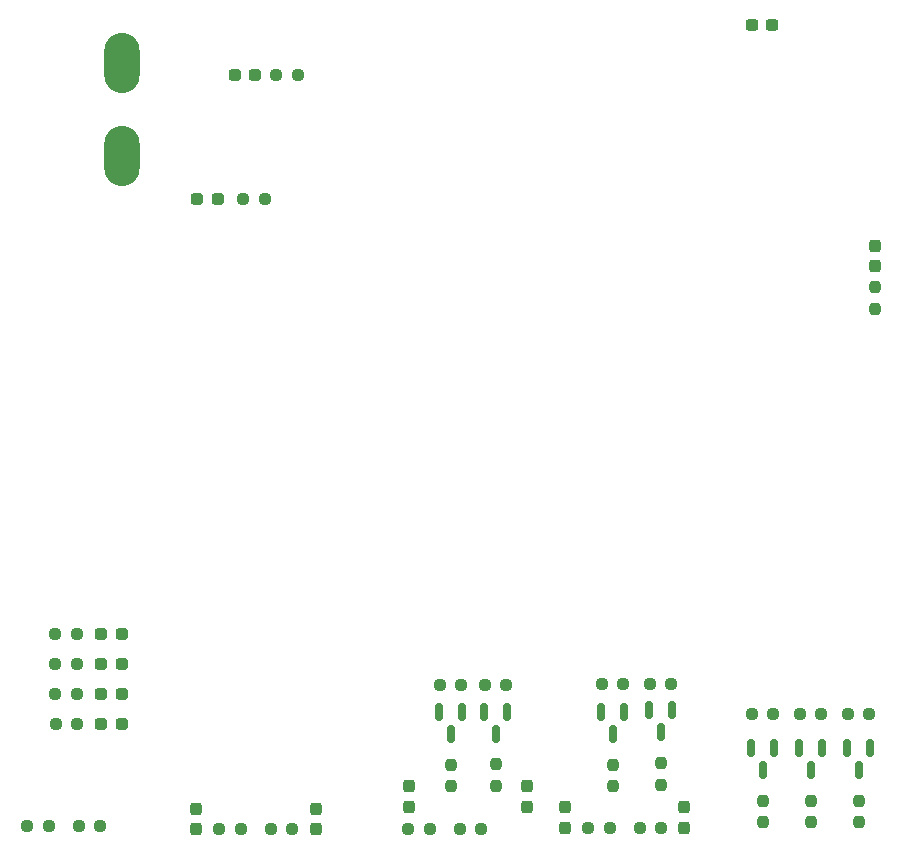
<source format=gtp>
%TF.GenerationSoftware,KiCad,Pcbnew,(6.0.10)*%
%TF.CreationDate,2022-12-29T21:44:20-06:00*%
%TF.ProjectId,ScienceSensor,53636965-6e63-4655-9365-6e736f722e6b,rev?*%
%TF.SameCoordinates,Original*%
%TF.FileFunction,Paste,Top*%
%TF.FilePolarity,Positive*%
%FSLAX46Y46*%
G04 Gerber Fmt 4.6, Leading zero omitted, Abs format (unit mm)*
G04 Created by KiCad (PCBNEW (6.0.10)) date 2022-12-29 21:44:20*
%MOMM*%
%LPD*%
G01*
G04 APERTURE LIST*
G04 Aperture macros list*
%AMRoundRect*
0 Rectangle with rounded corners*
0 $1 Rounding radius*
0 $2 $3 $4 $5 $6 $7 $8 $9 X,Y pos of 4 corners*
0 Add a 4 corners polygon primitive as box body*
4,1,4,$2,$3,$4,$5,$6,$7,$8,$9,$2,$3,0*
0 Add four circle primitives for the rounded corners*
1,1,$1+$1,$2,$3*
1,1,$1+$1,$4,$5*
1,1,$1+$1,$6,$7*
1,1,$1+$1,$8,$9*
0 Add four rect primitives between the rounded corners*
20,1,$1+$1,$2,$3,$4,$5,0*
20,1,$1+$1,$4,$5,$6,$7,0*
20,1,$1+$1,$6,$7,$8,$9,0*
20,1,$1+$1,$8,$9,$2,$3,0*%
G04 Aperture macros list end*
%ADD10RoundRect,0.237500X-0.237500X0.287500X-0.237500X-0.287500X0.237500X-0.287500X0.237500X0.287500X0*%
%ADD11RoundRect,0.237500X0.250000X0.237500X-0.250000X0.237500X-0.250000X-0.237500X0.250000X-0.237500X0*%
%ADD12RoundRect,0.237500X0.237500X-0.250000X0.237500X0.250000X-0.237500X0.250000X-0.237500X-0.250000X0*%
%ADD13RoundRect,0.150000X-0.150000X0.587500X-0.150000X-0.587500X0.150000X-0.587500X0.150000X0.587500X0*%
%ADD14RoundRect,0.237500X-0.250000X-0.237500X0.250000X-0.237500X0.250000X0.237500X-0.250000X0.237500X0*%
%ADD15RoundRect,0.237500X0.287500X0.237500X-0.287500X0.237500X-0.287500X-0.237500X0.287500X-0.237500X0*%
%ADD16O,3.000000X5.100000*%
%ADD17RoundRect,0.237500X-0.287500X-0.237500X0.287500X-0.237500X0.287500X0.237500X-0.287500X0.237500X0*%
%ADD18RoundRect,0.237500X-0.300000X-0.237500X0.300000X-0.237500X0.300000X0.237500X-0.300000X0.237500X0*%
G04 APERTURE END LIST*
D10*
X138938000Y-122950000D03*
X138938000Y-124700000D03*
D11*
X112823000Y-126365000D03*
X110998000Y-126365000D03*
D12*
X168910000Y-126007500D03*
X168910000Y-124182500D03*
D11*
X173886500Y-116840000D03*
X172061500Y-116840000D03*
D13*
X147254000Y-116641000D03*
X145354000Y-116641000D03*
X146304000Y-118516000D03*
D12*
X146304000Y-122936000D03*
X146304000Y-121111000D03*
D14*
X154154500Y-126492000D03*
X155979500Y-126492000D03*
D12*
X142494000Y-122959500D03*
X142494000Y-121134500D03*
D13*
X173924000Y-119712500D03*
X172024000Y-119712500D03*
X172974000Y-121587500D03*
D14*
X122889000Y-126619000D03*
X124714000Y-126619000D03*
D11*
X110871000Y-112649000D03*
X109046000Y-112649000D03*
D10*
X178435000Y-77206500D03*
X178435000Y-78956500D03*
D15*
X114643500Y-110109000D03*
X112893500Y-110109000D03*
D14*
X138914500Y-126619000D03*
X140739500Y-126619000D03*
D11*
X145081000Y-126619000D03*
X143256000Y-126619000D03*
D14*
X127738500Y-62738000D03*
X129563500Y-62738000D03*
D12*
X160274000Y-122832500D03*
X160274000Y-121007500D03*
D11*
X147216500Y-114427000D03*
X145391500Y-114427000D03*
D14*
X106656500Y-126365000D03*
X108481500Y-126365000D03*
D10*
X152146000Y-124742000D03*
X152146000Y-126492000D03*
X162282500Y-124742000D03*
X162282500Y-126492000D03*
D12*
X177038000Y-126007500D03*
X177038000Y-124182500D03*
D11*
X160321000Y-126492000D03*
X158496000Y-126492000D03*
X110871000Y-110109000D03*
X109046000Y-110109000D03*
X110885000Y-117729000D03*
X109060000Y-117729000D03*
D10*
X148971000Y-122950000D03*
X148971000Y-124700000D03*
D15*
X114653000Y-115189000D03*
X112903000Y-115189000D03*
D11*
X169822500Y-116840000D03*
X167997500Y-116840000D03*
X177950500Y-116840000D03*
X176125500Y-116840000D03*
D13*
X143444000Y-116664500D03*
X141544000Y-116664500D03*
X142494000Y-118539500D03*
D15*
X114667000Y-117729000D03*
X112917000Y-117729000D03*
D14*
X124944500Y-73279000D03*
X126769500Y-73279000D03*
D16*
X114687400Y-61764000D03*
X114687400Y-69638000D03*
D13*
X169860000Y-119712500D03*
X167960000Y-119712500D03*
X168910000Y-121587500D03*
D10*
X131064000Y-124855000D03*
X131064000Y-126605000D03*
D11*
X161186500Y-114300000D03*
X159361500Y-114300000D03*
D17*
X124220000Y-62738000D03*
X125970000Y-62738000D03*
D15*
X114643500Y-112649000D03*
X112893500Y-112649000D03*
D13*
X177988000Y-119712500D03*
X176088000Y-119712500D03*
X177038000Y-121587500D03*
D12*
X156210000Y-122959500D03*
X156210000Y-121134500D03*
D11*
X110871000Y-115189000D03*
X109046000Y-115189000D03*
D13*
X161224000Y-116537500D03*
X159324000Y-116537500D03*
X160274000Y-118412500D03*
D11*
X129079000Y-126619000D03*
X127254000Y-126619000D03*
D17*
X121045000Y-73279000D03*
X122795000Y-73279000D03*
D12*
X172974000Y-126007500D03*
X172974000Y-124182500D03*
D11*
X157122500Y-114300000D03*
X155297500Y-114300000D03*
D18*
X167996000Y-58545000D03*
X169721000Y-58545000D03*
D12*
X178435000Y-82550000D03*
X178435000Y-80725000D03*
D10*
X120904000Y-124869000D03*
X120904000Y-126619000D03*
D11*
X143406500Y-114427000D03*
X141581500Y-114427000D03*
D13*
X157160000Y-116664500D03*
X155260000Y-116664500D03*
X156210000Y-118539500D03*
M02*

</source>
